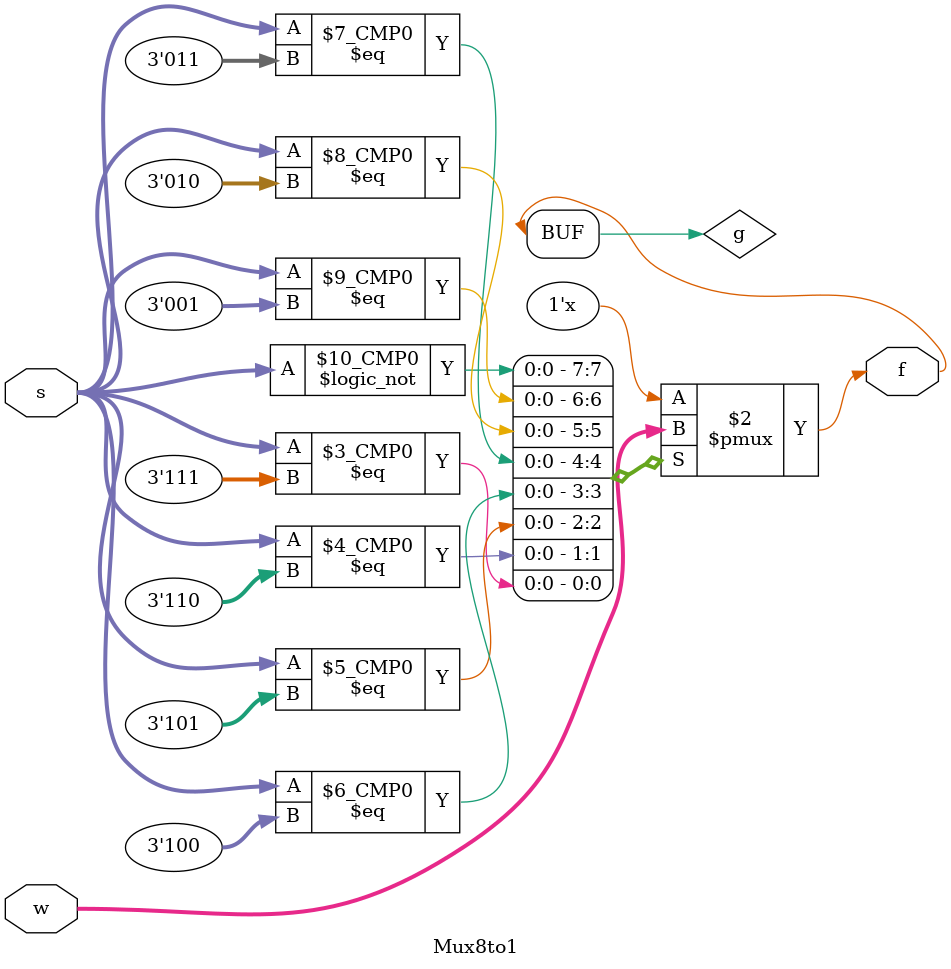
<source format=v>
/*Q2 - Write behavioral Verilog code for an 8 to 1 multiplexer using case statement. Use this along with a 2 to 1 multiplexer to write the hierarchical code for a 
16 to 1 multiplexer. */

module Mux8to1 (s, w, f);
input [0:2] s;
input [0:7] w;
output f;
reg g;
always@(*)
begin
case(s)
  3'b000:g=w[0];
  3'b001:g=w[1];
  3'b010:g=w[2];
  3'b011:g=w[3];
  3'b100:g=w[4];
  3'b101:g=w[5];
  3'b110:g=w[6];
  3'b111:g=w[7];
endcase
end
assign f = g;
endmodule

</source>
